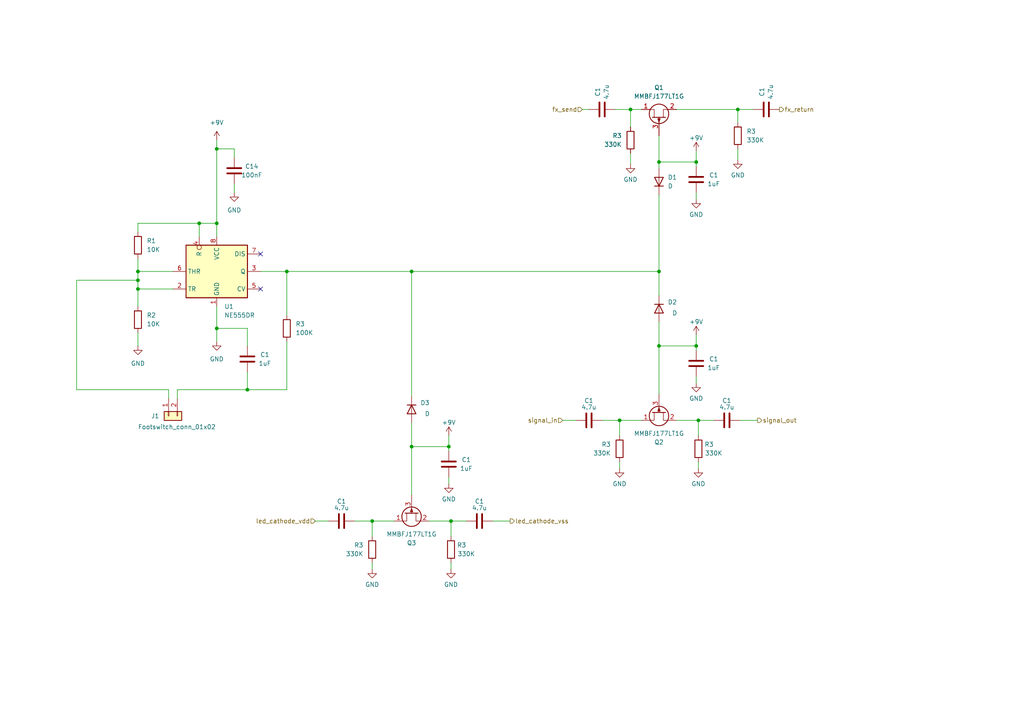
<source format=kicad_sch>
(kicad_sch (version 20230121) (generator eeschema)
  (paper "A4")
  (title_block (title "EQD Plume Clone") (date "2023-08-31") (rev "A"))
  (lib_symbols
    (symbol "Connector_Generic:Conn_01x02" (pin_names (offset 1.016) hide)
      (property "Reference" "J" (at 0 2.54 0))
      (property "Value" "Conn_01x02" (at 0 -5.08 0))
      (symbol "Conn_01x02_1_1"
        (rectangle (start -1.27 -2.413) (end 0 -2.667) (stroke (width 0.1524)))
        (rectangle (start -1.27 0.127) (end 0 -0.127) (stroke (width 0.1524)))
        (rectangle (start -1.27 1.27) (end 1.27 -3.81) (stroke (width 0.254)) (fill (type background)))
        (pin passive line (at -5.08 0 0) (length 3.81) (name "Pin_1") (number "1"))
        (pin passive line (at -5.08 -2.54 0) (length 3.81) (name "Pin_2") (number "2"))
      )
    )
    (symbol "CustomTimer:NE555D"
      (property "Reference" "U" (at -10.16 8.89 0))
      (property "Value" "NE555D" (at 3.81 8.89 0))
      (symbol "NE555D_0_0"
        (pin power_in line (at 0 -10.16 90) (length 2.54) (name "GND") (number "1"))
        (pin power_in line (at 0 10.16 270) (length 2.54) (name "VCC") (number "8"))
      )
      (symbol "NE555D_0_1"
        (rectangle (start -8.89 -7.62) (end 8.89 7.62) (stroke (width 0.254)) (fill (type background)))
        (rectangle (start -8.89 -7.62) (end 8.89 7.62) (stroke (width 0.254)) (fill (type background)))
      )
      (symbol "NE555D_1_1"
        (pin input line (at -12.7 -5.08 0) (length 3.81) (name "TR") (number "2"))
        (pin output line (at 12.7 0 180) (length 3.81) (name "Q") (number "3"))
        (pin input inverted (at -5.08 10.16 270) (length 3.81) (name "R") (number "4"))
        (pin input line (at 12.7 -5.08 180) (length 3.81) (name "CV") (number "5"))
        (pin input line (at -12.7 0 0) (length 3.81) (name "THR") (number "6"))
        (pin input line (at 12.7 5.08 180) (length 3.81) (name "DIS") (number "7"))
      )
    )
    (symbol "Device:C" (pin_numbers hide) (pin_names (offset 0.254))
      (property "Reference" "C" (at 0.635 2.54 0))
      (property "Value" "C" (at 0.635 -2.54 0))
      (symbol "C_0_1"
        (polyline (pts (xy -2.032 -0.762) (xy 2.032 -0.762)) (stroke (width 0.508)))
        (polyline (pts (xy -2.032 0.762) (xy 2.032 0.762)) (stroke (width 0.508)))
      )
      (symbol "C_1_1"
        (pin passive line (at 0 3.81 270) (length 2.794) (name "~") (number "1"))
        (pin passive line (at 0 -3.81 90) (length 2.794) (name "~") (number "2"))
      )
    )
    (symbol "Device:D" (pin_numbers hide) (pin_names (offset 1.016) hide)
      (property "Reference" "D" (at 0 2.54 0))
      (property "Value" "D" (at 0 -2.54 0))
      (symbol "D_0_1"
        (polyline (pts (xy -1.27 1.27) (xy -1.27 -1.27)) (stroke (width 0.254)))
        (polyline (pts (xy 1.27 0) (xy -1.27 0)))
        (polyline (pts (xy 1.27 1.27) (xy 1.27 -1.27) (xy -1.27 0) (xy 1.27 1.27)) (stroke (width 0.254)))
      )
      (symbol "D_1_1"
        (pin passive line (at -3.81 0 0) (length 2.54) (name "K") (number "1"))
        (pin passive line (at 3.81 0 180) (length 2.54) (name "A") (number "2"))
      )
    )
    (symbol "Device:Q_PJFET_DSG" (pin_names (offset 0) hide)
      (property "Reference" "Q" (at 5.08 1.27 0))
      (property "Value" "Q_PJFET_DSG" (at 5.08 -1.27 0))
      (symbol "Q_PJFET_DSG_0_1"
        (polyline (pts (xy 0.254 1.905) (xy 0.254 -1.905) (xy 0.254 -1.905)) (stroke (width 0.254)))
        (polyline (pts (xy 2.54 -2.54) (xy 2.54 -1.27) (xy 0.254 -1.27)))
        (polyline (pts (xy 2.54 2.54) (xy 2.54 1.397) (xy 0.254 1.397)))
        (polyline (pts (xy -1.143 0) (xy -0.127 0.381) (xy -0.127 -0.381) (xy -1.143 0)) (fill (type outline)))
        (circle (center 1.27 0) (radius 2.8194) (stroke (width 0.254)))
      )
      (symbol "Q_PJFET_DSG_1_1"
        (pin passive line (at 2.54 5.08 270) (length 2.54) (name "D") (number "1"))
        (pin passive line (at 2.54 -5.08 90) (length 2.54) (name "S") (number "2"))
        (pin input line (at -5.08 0 0) (length 5.334) (name "G") (number "3"))
      )
    )
    (symbol "Device:R" (pin_numbers hide) (pin_names (offset 0))
      (property "Reference" "R" (at 2.032 0 90))
      (property "Value" "R" (at 0 0 90))
      (symbol "R_0_1"
        (rectangle (start -1.016 -2.54) (end 1.016 2.54) (stroke (width 0.254)))
      )
      (symbol "R_1_1"
        (pin passive line (at 0 3.81 270) (length 1.27) (name "~") (number "1"))
        (pin passive line (at 0 -3.81 90) (length 1.27) (name "~") (number "2"))
      )
    )
    (symbol "power:+9V" (power) (pin_names (offset 0))
      (property "Value" "+9V" (at 0 3.556 0))
      (symbol "+9V_0_1"
        (polyline (pts (xy -0.762 1.27) (xy 0 2.54)))
        (polyline (pts (xy 0 0) (xy 0 2.54)))
        (polyline (pts (xy 0 2.54) (xy 0.762 1.27)))
      )
      (symbol "+9V_1_1"
        (pin power_in line (at 0 0 90) (length 0) hide (name "+9V") (number "1"))
      )
    )
    (symbol "power:GND" (power) (pin_names (offset 0))
      (property "Value" "GND" (at 0 -3.81 0))
      (symbol "GND_0_1"
        (polyline (pts (xy 0 0) (xy 0 -1.27) (xy 1.27 -1.27) (xy 0 -2.54) (xy -1.27 -1.27) (xy 0 -1.27)))
      )
      (symbol "GND_1_1"
        (pin power_in line (at 0 0 270) (length 0) hide (name "GND") (number "1"))
      )
    )
  )
  (junction (at 201.93 46.99))
  (junction (at 62.865 43.18))
  (junction (at 182.88 31.75))
  (junction (at 191.135 78.74))
  (junction (at 191.135 46.99))
  (junction (at 40.005 81.28))
  (junction (at 40.005 78.74))
  (junction (at 83.185 78.74))
  (junction (at 202.565 121.92))
  (junction (at 40.005 83.82))
  (junction (at 130.175 129.54))
  (junction (at 62.865 95.25))
  (junction (at 119.38 78.74))
  (junction (at 57.785 64.77))
  (junction (at 107.95 151.13))
  (junction (at 71.755 113.03))
  (junction (at 119.38 129.54))
  (junction (at 201.93 100.33))
  (junction (at 179.705 121.92))
  (junction (at 213.995 31.75))
  (junction (at 130.81 151.13))
  (junction (at 62.865 64.77))
  (junction (at 191.135 100.33))
  (no_connect (at 75.565 83.82))
  (no_connect (at 75.565 73.66))
  (wire (pts (xy 75.565 78.74) (xy 83.185 78.74)))
  (wire (pts (xy 213.995 43.18) (xy 213.995 46.355)))
  (wire (pts (xy 201.93 97.155) (xy 201.93 100.33)))
  (wire (pts (xy 40.005 78.74) (xy 40.005 74.93)))
  (wire (pts (xy 40.005 96.52) (xy 40.005 100.33)))
  (wire (pts (xy 142.875 151.13) (xy 147.955 151.13)))
  (wire (pts (xy 213.995 31.75) (xy 196.215 31.75)))
  (wire (pts (xy 40.005 78.74) (xy 40.005 81.28)))
  (wire (pts (xy 62.865 43.18) (xy 67.945 43.18)))
  (wire (pts (xy 22.225 113.03) (xy 48.895 113.03)))
  (wire (pts (xy 191.135 93.345) (xy 191.135 100.33)))
  (wire (pts (xy 40.005 83.82) (xy 50.165 83.82)))
  (wire (pts (xy 191.135 78.74) (xy 191.135 85.725)))
  (wire (pts (xy 71.755 113.03) (xy 83.185 113.03)))
  (wire (pts (xy 130.175 138.43) (xy 130.175 140.335)))
  (wire (pts (xy 67.945 45.72) (xy 67.945 43.18)))
  (wire (pts (xy 51.435 115.57) (xy 51.435 113.03)))
  (wire (pts (xy 62.865 64.77) (xy 62.865 68.58)))
  (wire (pts (xy 22.225 81.28) (xy 22.225 113.03)))
  (wire (pts (xy 201.93 43.815) (xy 201.93 46.99)))
  (wire (pts (xy 83.185 91.44) (xy 83.185 78.74)))
  (wire (pts (xy 191.135 100.33) (xy 191.135 114.3)))
  (wire (pts (xy 48.895 115.57) (xy 48.895 113.03)))
  (wire (pts (xy 57.785 68.58) (xy 57.785 64.77)))
  (wire (pts (xy 40.005 64.77) (xy 57.785 64.77)))
  (wire (pts (xy 201.93 100.33) (xy 191.135 100.33)))
  (wire (pts (xy 130.175 126.365) (xy 130.175 129.54)))
  (wire (pts (xy 102.87 151.13) (xy 107.95 151.13)))
  (wire (pts (xy 57.785 64.77) (xy 62.865 64.77)))
  (wire (pts (xy 119.38 129.54) (xy 119.38 143.51)))
  (wire (pts (xy 130.81 151.13) (xy 135.255 151.13)))
  (wire (pts (xy 201.93 55.88) (xy 201.93 57.785)))
  (wire (pts (xy 130.175 129.54) (xy 119.38 129.54)))
  (wire (pts (xy 40.005 83.82) (xy 40.005 88.9)))
  (wire (pts (xy 130.81 163.195) (xy 130.81 165.1)))
  (wire (pts (xy 62.865 95.25) (xy 71.755 95.25)))
  (wire (pts (xy 202.565 133.985) (xy 202.565 135.89)))
  (wire (pts (xy 40.005 81.28) (xy 40.005 83.82)))
  (wire (pts (xy 179.705 121.92) (xy 179.705 126.365)))
  (wire (pts (xy 174.625 121.92) (xy 179.705 121.92)))
  (wire (pts (xy 202.565 121.92) (xy 207.01 121.92)))
  (wire (pts (xy 62.865 88.9) (xy 62.865 95.25)))
  (wire (pts (xy 67.945 53.34) (xy 67.945 55.88)))
  (wire (pts (xy 71.755 107.95) (xy 71.755 113.03)))
  (wire (pts (xy 179.705 133.985) (xy 179.705 135.89)))
  (wire (pts (xy 202.565 121.92) (xy 202.565 126.365)))
  (wire (pts (xy 119.38 78.74) (xy 191.135 78.74)))
  (wire (pts (xy 130.81 151.13) (xy 130.81 155.575)))
  (wire (pts (xy 214.63 121.92) (xy 219.71 121.92)))
  (wire (pts (xy 119.38 78.74) (xy 119.38 114.935)))
  (wire (pts (xy 83.185 78.74) (xy 119.38 78.74)))
  (wire (pts (xy 83.185 113.03) (xy 83.185 99.06)))
  (wire (pts (xy 182.88 36.83) (xy 182.88 31.75)))
  (wire (pts (xy 119.38 122.555) (xy 119.38 129.54)))
  (wire (pts (xy 91.44 151.13) (xy 95.25 151.13)))
  (wire (pts (xy 201.93 109.22) (xy 201.93 111.125)))
  (wire (pts (xy 201.93 101.6) (xy 201.93 100.33)))
  (wire (pts (xy 213.995 31.75) (xy 218.44 31.75)))
  (wire (pts (xy 130.175 130.81) (xy 130.175 129.54)))
  (wire (pts (xy 50.165 78.74) (xy 40.005 78.74)))
  (wire (pts (xy 62.865 43.18) (xy 62.865 64.77)))
  (wire (pts (xy 186.055 31.75) (xy 182.88 31.75)))
  (wire (pts (xy 71.755 95.25) (xy 71.755 100.33)))
  (wire (pts (xy 178.435 31.75) (xy 182.88 31.75)))
  (wire (pts (xy 182.88 44.45) (xy 182.88 47.625)))
  (wire (pts (xy 51.435 113.03) (xy 71.755 113.03)))
  (wire (pts (xy 213.995 35.56) (xy 213.995 31.75)))
  (wire (pts (xy 124.46 151.13) (xy 130.81 151.13)))
  (wire (pts (xy 107.95 163.195) (xy 107.95 165.1)))
  (wire (pts (xy 201.93 48.26) (xy 201.93 46.99)))
  (wire (pts (xy 62.865 95.25) (xy 62.865 99.06)))
  (wire (pts (xy 191.135 56.515) (xy 191.135 78.74)))
  (wire (pts (xy 114.3 151.13) (xy 107.95 151.13)))
  (wire (pts (xy 40.005 81.28) (xy 22.225 81.28)))
  (wire (pts (xy 186.055 121.92) (xy 179.705 121.92)))
  (wire (pts (xy 201.93 46.99) (xy 191.135 46.99)))
  (wire (pts (xy 168.91 31.75) (xy 170.815 31.75)))
  (wire (pts (xy 40.005 64.77) (xy 40.005 67.31)))
  (wire (pts (xy 107.95 151.13) (xy 107.95 155.575)))
  (wire (pts (xy 191.135 39.37) (xy 191.135 46.99)))
  (wire (pts (xy 191.135 46.99) (xy 191.135 48.895)))
  (wire (pts (xy 163.195 121.92) (xy 167.005 121.92)))
  (wire (pts (xy 196.215 121.92) (xy 202.565 121.92)))
  (wire (pts (xy 62.865 40.64) (xy 62.865 43.18)))
  (hierarchical_label "fx_send" (shape input) (at 168.91 31.75 180))
  (hierarchical_label "signal_in" (shape input) (at 163.195 121.92 180))
  (hierarchical_label "led_cathode_vss" (shape output) (at 147.955 151.13 0))
  (hierarchical_label "led_cathode_vdd" (shape input) (at 91.44 151.13 180))
  (hierarchical_label "fx_return" (shape output) (at 226.06 31.75 0))
  (hierarchical_label "signal_out" (shape output) (at 219.71 121.92 0))
  (symbol (lib_id "Device:Q_PJFET_DSG") (at 191.135 119.38 90) (mirror x) (unit 1)
    (property "Reference" "Q2" (at 191.135 128.27 90))
    (property "Value" "MMBFJ177LT1G" (at 191.135 125.73 90))
    (property "Footprint" "Package_TO_SOT_SMD:SOT-23-3" (effects hide))
    (property "Datasheet" "https://datasheet.lcsc.com/lcsc/1810301516_onsemi-MMBFJ177LT1G_C106763.pdf" (effects hide))
    (property "LCSC" "C896766" (effects hide))
  )
  (symbol (lib_id "Device:R") (at 213.995 39.37 180) (unit 1)
    (property "Reference" "R3" (at 216.535 38.1 0) (effects (justify right)))
    (property "Value" "330K" (at 216.535 40.64 0) (effects (justify right)))
    (property "Footprint" "Resistor_SMD:R_0805_2012Metric_Pad1.20x1.40mm_HandSolder" (effects hide))
    (property "LCSC" "C2907293" (effects hide))
    (instances (project "plumeclone" (path "" (reference "R3") (unit 1))) (project "jfet-555-bypass" (path "" (reference "R5") (unit 1))))
  )
  (symbol (lib_id "power:GND") (at 201.93 57.785 0) (unit 1)
    (property "Reference" "#PWR02" (effects hide))
    (property "Value" "GND" (at 201.93 62.23 0))
  )
  (symbol (lib_id "power:GND") (at 213.995 46.355 0) (unit 1)
    (property "Reference" "#PWR06" (effects hide))
    (property "Value" "GND" (at 213.995 50.8 0))
  )
  (symbol (lib_id "Device:D") (at 191.135 52.705 90) (unit 1)
    (property "Reference" "D1" (at 193.675 51.435 90) (effects (justify right)))
    (property "Value" "D" (at 193.675 53.975 90) (effects (justify right)))
    (property "Footprint" "Diode_SMD:D_SOD-123F" (effects hide))
    (property "Sim.Device" "D" (effects hide))
    (property "Sim.Pins" "1=K 2=A" (effects hide))
    (property "LCSC" "C2944153" (effects hide))
  )
  (symbol (lib_id "power:GND") (at 67.945 55.88 0) (unit 1)
    (property "Reference" "#PWR023" (effects hide))
    (property "Value" "GND" (at 67.945 60.96 0))
  )
  (symbol (lib_id "Device:C") (at 139.065 151.13 90) (mirror x) (unit 1)
    (property "Reference" "C1" (at 139.065 145.415 90))
    (property "Value" "4.7u" (at 139.065 147.32 90))
    (property "Footprint" "Capacitor_SMD:C_0805_2012Metric_Pad1.18x1.45mm_HandSolder" (effects hide))
    (property "LCSC" "C7393936" (effects hide))
    (instances (project "plumeclone" (path "" (reference "C1") (unit 1))) (project "jfet-555-bypass" (path "" (reference "C10") (unit 1))))
  )
  (symbol (lib_id "Device:C") (at 174.625 31.75 90) (unit 1)
    (property "Reference" "C1" (at 173.355 26.67 0))
    (property "Value" "4.7u" (at 175.895 26.67 0))
    (property "Footprint" "Capacitor_SMD:C_0805_2012Metric_Pad1.18x1.45mm_HandSolder" (effects hide))
    (property "LCSC" "C7393936" (effects hide))
    (instances (project "plumeclone" (path "" (reference "C1") (unit 1))) (project "jfet-555-bypass" (path "" (reference "C3") (unit 1))))
  )
  (symbol (lib_id "Device:R") (at 107.95 159.385 0) (mirror x) (unit 1)
    (property "Reference" "R3" (at 105.41 158.115 0) (effects (justify right)))
    (property "Value" "330K" (at 105.41 160.655 0) (effects (justify right)))
    (property "Footprint" "Resistor_SMD:R_0805_2012Metric_Pad1.20x1.40mm_HandSolder" (effects hide))
    (property "LCSC" "C2907293" (effects hide))
    (instances (project "plumeclone" (path "" (reference "R3") (unit 1))) (project "jfet-555-bypass" (path "" (reference "R6") (unit 1))))
  )
  (symbol (lib_id "Device:C") (at 201.93 52.07 0) (unit 1)
    (property "Reference" "C1" (at 207.01 50.8 0))
    (property "Value" "1uF" (at 207.01 53.34 0))
    (property "Footprint" "Capacitor_SMD:C_0805_2012Metric_Pad1.18x1.45mm_HandSolder" (effects hide))
    (property "LCSC" "C7393936" (effects hide))
    (instances (project "plumeclone" (path "" (reference "C1") (unit 1))) (project "jfet-555-bypass" (path "" (reference "C2") (unit 1))))
  )
  (symbol (lib_id "Device:R") (at 40.005 92.71 180) (unit 1)
    (property "Reference" "R2" (at 42.545 91.44 0) (effects (justify right)))
    (property "Value" "10K" (at 42.545 93.98 0) (effects (justify right)))
    (property "Footprint" "Resistor_SMD:R_0805_2012Metric_Pad1.20x1.40mm_HandSolder" (effects hide))
    (property "LCSC" "C2930231" (effects hide))
  )
  (symbol (lib_id "power:GND") (at 40.005 100.33 0) (unit 1)
    (property "Reference" "#PWR05" (effects hide))
    (property "Value" "GND" (at 40.005 105.41 0))
  )
  (symbol (lib_id "power:GND") (at 62.865 99.06 0) (unit 1)
    (property "Reference" "#PWR04" (effects hide))
    (property "Value" "GND" (at 62.865 104.14 0))
  )
  (symbol (lib_id "Device:R") (at 182.88 40.64 0) (mirror x) (unit 1)
    (property "Reference" "R3" (at 180.34 39.37 0) (effects (justify right)))
    (property "Value" "330K" (at 180.34 41.91 0) (effects (justify right)))
    (property "Footprint" "Resistor_SMD:R_0805_2012Metric_Pad1.20x1.40mm_HandSolder" (effects hide))
    (property "LCSC" "C2907293" (effects hide))
    (instances (project "plumeclone" (path "" (reference "R3") (unit 1))) (project "jfet-555-bypass" (path "" (reference "R4") (unit 1))))
  )
  (symbol (lib_id "Device:C") (at 170.815 121.92 90) (mirror x) (unit 1)
    (property "Reference" "C1" (at 170.815 116.205 90))
    (property "Value" "4.7u" (at 170.815 118.11 90))
    (property "Footprint" "Capacitor_SMD:C_0805_2012Metric_Pad1.18x1.45mm_HandSolder" (effects hide))
    (property "LCSC" "C7393936" (effects hide))
    (instances (project "plumeclone" (path "" (reference "C1") (unit 1))) (project "jfet-555-bypass" (path "" (reference "C5") (unit 1))))
  )
  (symbol (lib_id "Device:C") (at 67.945 49.53 0) (unit 1)
    (property "Reference" "C14" (at 73.025 48.26 0))
    (property "Value" "100nF" (at 73.025 50.8 0))
    (property "Footprint" "Capacitor_SMD:C_0805_2012Metric_Pad1.18x1.45mm_HandSolder" (effects hide))
    (property "LCSC" "C476766" (effects hide))
  )
  (symbol (lib_id "Device:R") (at 40.005 71.12 180) (unit 1)
    (property "Reference" "R1" (at 42.545 69.85 0) (effects (justify right)))
    (property "Value" "10K" (at 42.545 72.39 0) (effects (justify right)))
    (property "Footprint" "Resistor_SMD:R_0805_2012Metric_Pad1.20x1.40mm_HandSolder" (effects hide))
    (property "LCSC" "C2930231" (effects hide))
  )
  (symbol (lib_id "Device:Q_PJFET_DSG") (at 119.38 148.59 90) (mirror x) (unit 1)
    (property "Reference" "Q3" (at 119.38 157.48 90))
    (property "Value" "MMBFJ177LT1G" (at 119.38 154.94 90))
    (property "Footprint" "Package_TO_SOT_SMD:SOT-23-3" (effects hide))
    (property "Datasheet" "https://datasheet.lcsc.com/lcsc/1810301516_onsemi-MMBFJ177LT1G_C106763.pdf" (effects hide))
    (property "LCSC" "C896766" (effects hide))
  )
  (symbol (lib_id "Device:C") (at 71.755 104.14 0) (unit 1)
    (property "Reference" "C1" (at 76.835 102.87 0))
    (property "Value" "1uF" (at 76.835 105.41 0))
    (property "Footprint" "Capacitor_SMD:C_0805_2012Metric_Pad1.18x1.45mm_HandSolder" (effects hide))
    (property "LCSC" "C7393936" (effects hide))
  )
  (symbol (lib_id "CustomTimer:NE555D") (at 62.865 78.74 0) (unit 1)
    (property "Reference" "U1" (at 65.0591 88.9 0) (effects (justify left)))
    (property "Value" "NE555DR" (at 65.0591 91.44 0) (effects (justify left)))
    (property "Footprint" "Package_SO:SOIC-8_3.9x4.9mm_P1.27mm" (effects hide))
    (property "Datasheet" "http://www.ti.com/lit/ds/symlink/ne555.pdf" (effects hide))
    (property "LCSC" "C695838" (effects hide))
  )
  (symbol (lib_id "Device:Q_PJFET_DSG") (at 191.135 34.29 90) (unit 1)
    (property "Reference" "Q1" (at 191.135 25.4 90))
    (property "Value" "MMBFJ177LT1G" (at 191.135 27.94 90))
    (property "Footprint" "Package_TO_SOT_SMD:SOT-23-3" (effects hide))
    (property "Datasheet" "https://datasheet.lcsc.com/lcsc/1810301516_onsemi-MMBFJ177LT1G_C106763.pdf" (effects hide))
    (property "LCSC" "C896766" (effects hide))
  )
  (symbol (lib_id "Device:C") (at 99.06 151.13 90) (mirror x) (unit 1)
    (property "Reference" "C1" (at 99.06 145.415 90))
    (property "Value" "4.7u" (at 99.06 147.32 90))
    (property "Footprint" "Capacitor_SMD:C_0805_2012Metric_Pad1.18x1.45mm_HandSolder" (effects hide))
    (property "LCSC" "C7393936" (effects hide))
    (instances (project "plumeclone" (path "" (reference "C1") (unit 1))) (project "jfet-555-bypass" (path "" (reference "C8") (unit 1))))
  )
  (symbol (lib_id "Device:C") (at 201.93 105.41 0) (unit 1)
    (property "Reference" "C1" (at 207.01 104.14 0))
    (property "Value" "1uF" (at 207.01 106.68 0))
    (property "Footprint" "Capacitor_SMD:C_0805_2012Metric_Pad1.18x1.45mm_HandSolder" (effects hide))
    (property "LCSC" "C7393936" (effects hide))
    (instances (project "plumeclone" (path "" (reference "C1") (unit 1))) (project "jfet-555-bypass" (path "" (reference "C6") (unit 1))))
  )
  (symbol (lib_id "Connector_Generic:Conn_01x02") (at 48.895 120.65 90) (mirror x) (unit 1)
    (property "Reference" "J1" (at 43.815 120.65 90) (effects (justify right)))
    (property "Value" "Footswitch_conn_01x02" (at 40.005 123.825 90) (effects (justify right)))
    (property "Footprint" "Connector_PinHeader_2.54mm:PinHeader_1x02_P2.54mm_Vertical" (effects hide))
  )
  (symbol (lib_id "Device:D") (at 191.135 89.535 90) (mirror x) (unit 1)
    (property "Reference" "D2" (at 193.675 87.63 90) (effects (justify right)))
    (property "Value" "D" (at 194.945 90.805 90) (effects (justify right)))
    (property "Footprint" "Diode_SMD:D_SOD-123F" (effects hide))
    (property "Sim.Device" "D" (effects hide))
    (property "Sim.Pins" "1=K 2=A" (effects hide))
    (property "LCSC" "C2944153" (effects hide))
  )
  (symbol (lib_id "power:GND") (at 179.705 135.89 0) (mirror y) (unit 1)
    (property "Reference" "#PWR011" (effects hide))
    (property "Value" "GND" (at 179.705 140.335 0))
  )
  (symbol (lib_id "power:GND") (at 107.95 165.1 0) (mirror y) (unit 1)
    (property "Reference" "#PWR013" (effects hide))
    (property "Value" "GND" (at 107.95 169.545 0))
  )
  (symbol (lib_id "power:+9V") (at 62.865 40.64 0) (unit 1)
    (property "Reference" "#PWR01" (effects hide))
    (property "Value" "+9V" (at 62.865 35.56 0))
  )
  (symbol (lib_id "power:GND") (at 201.93 111.125 0) (unit 1)
    (property "Reference" "#PWR09" (effects hide))
    (property "Value" "GND" (at 201.93 115.57 0))
  )
  (symbol (lib_id "power:+9V") (at 201.93 97.155 0) (unit 1)
    (property "Reference" "#PWR022" (effects hide))
    (property "Value" "+9V" (at 201.93 93.345 0))
    (instances (project "plumeclone" (path "" (reference "#PWR022") (unit 1))) (project "jfet-555-bypass" (path "" (reference "#PWR08") (unit 1))))
  )
  (symbol (lib_id "Device:C") (at 210.82 121.92 90) (mirror x) (unit 1)
    (property "Reference" "C1" (at 210.82 116.205 90))
    (property "Value" "4.7u" (at 210.82 118.11 90))
    (property "Footprint" "Capacitor_SMD:C_0805_2012Metric_Pad1.18x1.45mm_HandSolder" (effects hide))
    (property "LCSC" "C7393936" (effects hide))
    (instances (project "plumeclone" (path "" (reference "C1") (unit 1))) (project "jfet-555-bypass" (path "" (reference "C7") (unit 1))))
  )
  (symbol (lib_id "power:GND") (at 182.88 47.625 0) (mirror y) (unit 1)
    (property "Reference" "#PWR03" (effects hide))
    (property "Value" "GND" (at 182.88 52.07 0))
  )
  (symbol (lib_id "power:+9V") (at 201.93 43.815 0) (unit 1)
    (property "Reference" "#PWR022" (effects hide))
    (property "Value" "+9V" (at 201.93 40.005 0))
  )
  (symbol (lib_id "Device:R") (at 130.81 159.385 0) (mirror x) (unit 1)
    (property "Reference" "R3" (at 135.255 158.115 0) (effects (justify right)))
    (property "Value" "330K" (at 137.795 160.655 0) (effects (justify right)))
    (property "Footprint" "Resistor_SMD:R_0805_2012Metric_Pad1.20x1.40mm_HandSolder" (effects hide))
    (property "LCSC" "C2907293" (effects hide))
    (instances (project "plumeclone" (path "" (reference "R3") (unit 1))) (project "jfet-555-bypass" (path "" (reference "R9") (unit 1))))
  )
  (symbol (lib_id "Device:D") (at 119.38 118.745 90) (mirror x) (unit 1)
    (property "Reference" "D3" (at 121.92 116.84 90) (effects (justify right)))
    (property "Value" "D" (at 123.19 120.015 90) (effects (justify right)))
    (property "Footprint" "Diode_SMD:D_SOD-123F" (effects hide))
    (property "Sim.Device" "D" (effects hide))
    (property "Sim.Pins" "1=K 2=A" (effects hide))
    (property "LCSC" "C2944153" (effects hide))
  )
  (symbol (lib_id "power:+9V") (at 130.175 126.365 0) (unit 1)
    (property "Reference" "#PWR022" (effects hide))
    (property "Value" "+9V" (at 130.175 122.555 0))
    (instances (project "plumeclone" (path "" (reference "#PWR022") (unit 1))) (project "jfet-555-bypass" (path "" (reference "#PWR014") (unit 1))))
  )
  (symbol (lib_id "Device:R") (at 202.565 130.175 0) (mirror x) (unit 1)
    (property "Reference" "R3" (at 207.01 128.905 0) (effects (justify right)))
    (property "Value" "330K" (at 209.55 131.445 0) (effects (justify right)))
    (property "Footprint" "Resistor_SMD:R_0805_2012Metric_Pad1.20x1.40mm_HandSolder" (effects hide))
    (property "LCSC" "C2907293" (effects hide))
    (instances (project "plumeclone" (path "" (reference "R3") (unit 1))) (project "jfet-555-bypass" (path "" (reference "R7") (unit 1))))
  )
  (symbol (lib_id "power:GND") (at 202.565 135.89 0) (mirror y) (unit 1)
    (property "Reference" "#PWR010" (effects hide))
    (property "Value" "GND" (at 202.565 140.335 0))
  )
  (symbol (lib_id "Device:R") (at 179.705 130.175 0) (mirror x) (unit 1)
    (property "Reference" "R3" (at 177.165 128.905 0) (effects (justify right)))
    (property "Value" "330K" (at 177.165 131.445 0) (effects (justify right)))
    (property "Footprint" "Resistor_SMD:R_0805_2012Metric_Pad1.20x1.40mm_HandSolder" (effects hide))
    (property "LCSC" "C2907293" (effects hide))
    (instances (project "plumeclone" (path "" (reference "R3") (unit 1))) (project "jfet-555-bypass" (path "" (reference "R8") (unit 1))))
  )
  (symbol (lib_id "power:GND") (at 130.175 140.335 0) (unit 1)
    (property "Reference" "#PWR015" (effects hide))
    (property "Value" "GND" (at 130.175 144.78 0))
  )
  (symbol (lib_id "Device:C") (at 130.175 134.62 0) (unit 1)
    (property "Reference" "C1" (at 135.255 133.35 0))
    (property "Value" "1uF" (at 135.255 135.89 0))
    (property "Footprint" "Capacitor_SMD:C_0805_2012Metric_Pad1.18x1.45mm_HandSolder" (effects hide))
    (property "LCSC" "C7393936" (effects hide))
    (instances (project "plumeclone" (path "" (reference "C1") (unit 1))) (project "jfet-555-bypass" (path "" (reference "C9") (unit 1))))
  )
  (symbol (lib_id "Device:C") (at 222.25 31.75 90) (unit 1)
    (property "Reference" "C1" (at 220.98 26.67 0))
    (property "Value" "4.7u" (at 223.52 26.67 0))
    (property "Footprint" "Capacitor_SMD:C_0805_2012Metric_Pad1.18x1.45mm_HandSolder" (effects hide))
    (property "LCSC" "C7393936" (effects hide))
    (instances (project "plumeclone" (path "" (reference "C1") (unit 1))) (project "jfet-555-bypass" (path "" (reference "C4") (unit 1))))
  )
  (symbol (lib_id "Device:R") (at 83.185 95.25 180) (unit 1)
    (property "Reference" "R3" (at 85.725 93.98 0) (effects (justify right)))
    (property "Value" "100K" (at 85.725 96.52 0) (effects (justify right)))
    (property "Footprint" "Resistor_SMD:R_0805_2012Metric_Pad1.20x1.40mm_HandSolder" (effects hide))
    (property "LCSC" "C2907293" (effects hide))
  )
  (symbol (lib_id "power:GND") (at 130.81 165.1 0) (mirror y) (unit 1)
    (property "Reference" "#PWR016" (effects hide))
    (property "Value" "GND" (at 130.81 169.545 0))
  )
)
</source>
